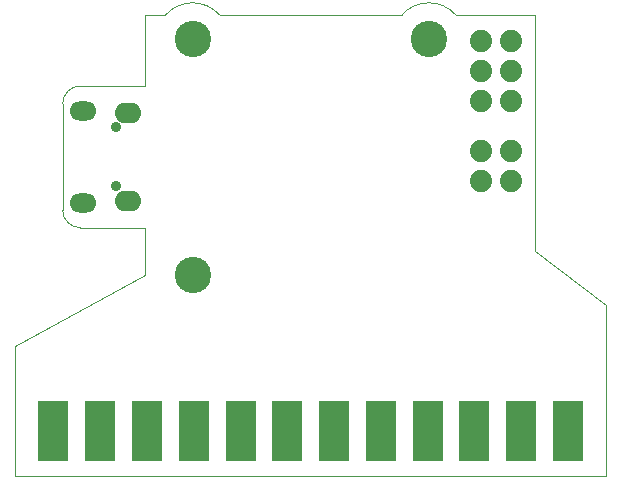
<source format=gbs>
G04 #@! TF.FileFunction,Soldermask,Bot*
%FSLAX46Y46*%
G04 Gerber Fmt 4.6, Leading zero omitted, Abs format (unit mm)*
G04 Created by KiCad (PCBNEW 4.0.5) date 02/05/17 15:08:45*
%MOMM*%
%LPD*%
G01*
G04 APERTURE LIST*
%ADD10C,0.100000*%
%ADD11R,2.620000X5.160000*%
%ADD12C,3.080000*%
%ADD13C,1.880000*%
%ADD14C,0.880000*%
%ADD15O,2.280000X1.730000*%
%ADD16O,2.280000X1.630000*%
G04 APERTURE END LIST*
D10*
X4000000Y22500000D02*
G75*
G03X5500000Y21000000I1500000J0D01*
G01*
X5500000Y33000000D02*
G75*
G03X4000000Y31500000I0J-1500000D01*
G01*
X37300000Y39000000D02*
G75*
G03X32700000Y39000000I-2300000J-2000000D01*
G01*
X17300000Y39000000D02*
G75*
G03X12700000Y39000000I-2300000J-2000000D01*
G01*
X17300000Y39000000D02*
X32700000Y39000000D01*
X37300000Y39000000D02*
X44000000Y39000000D01*
X11000000Y39000000D02*
X12700000Y39000000D01*
X11000000Y39000000D02*
X11000000Y33000000D01*
X0Y11000000D02*
X11000000Y17000000D01*
X5500000Y33000000D02*
X11000000Y33000000D01*
X5500000Y21000000D02*
X11000000Y21000000D01*
X4000000Y31500000D02*
X4000000Y22500000D01*
X11000000Y21000000D02*
X11000000Y17000000D01*
X44000000Y39000000D02*
X44000000Y19000000D01*
X44000000Y19000000D02*
X50000000Y14500000D01*
X50000000Y0D02*
X50000000Y14500000D01*
X0Y0D02*
X0Y11000000D01*
X0Y0D02*
X50000000Y0D01*
D11*
X46778800Y3770000D03*
X42818800Y3770000D03*
X38858800Y3770000D03*
X34898800Y3770000D03*
X30938800Y3770000D03*
X26978800Y3770000D03*
X23021200Y3770000D03*
X19061200Y3770000D03*
X15101200Y3770000D03*
X11141200Y3770000D03*
X7181200Y3770000D03*
X3221200Y3770000D03*
D12*
X15000000Y37000000D03*
X35000000Y37000000D03*
X15000000Y17000000D03*
D13*
X39430000Y27470000D03*
X41970000Y27470000D03*
X39430000Y24930000D03*
X41970000Y24930000D03*
X39430000Y36840000D03*
X41970000Y36840000D03*
X39430000Y34300000D03*
X41970000Y34300000D03*
X39430000Y31760000D03*
X41970000Y31760000D03*
D14*
X8500000Y29500000D03*
X8500000Y24500000D03*
D15*
X9550000Y30725000D03*
X9550000Y23275000D03*
D16*
X5750000Y30875000D03*
X5750000Y23125000D03*
M02*

</source>
